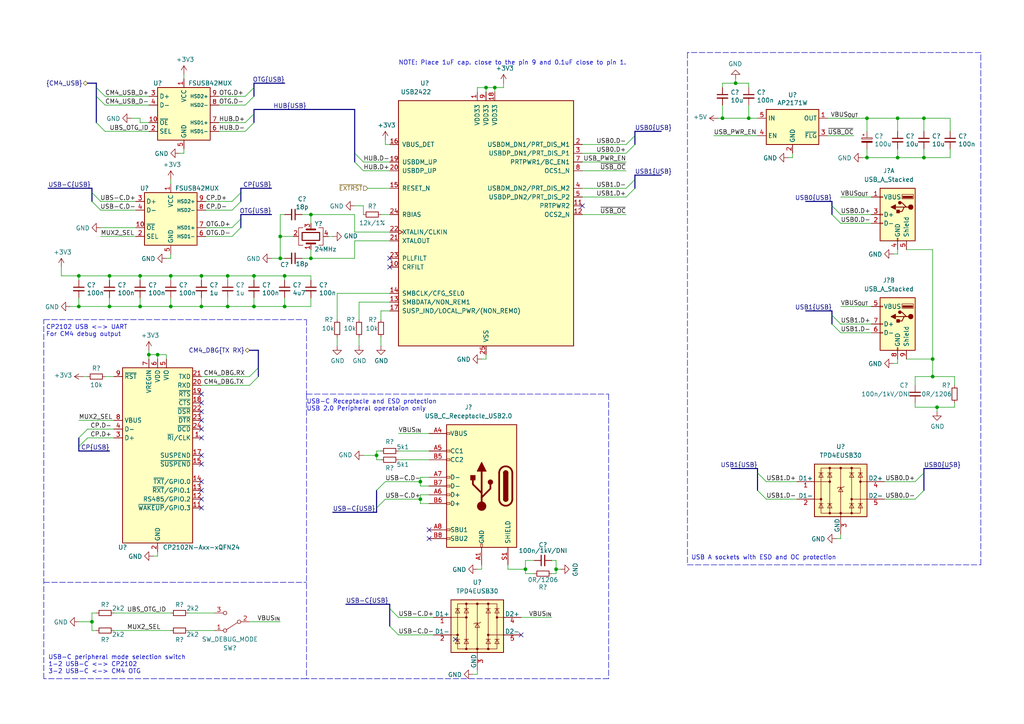
<source format=kicad_sch>
(kicad_sch (version 20201015) (generator eeschema)
  (paper "A4")
  (lib_symbols
    (symbol "Connector:USB_C_Receptacle_USB2.0" (pin_names (offset 1.016))
      (property "Reference" "J" (at -10.16 19.05 0))
      (property "Value" "USB_C_Receptacle_USB2.0" (at 19.05 19.05 0))
      (symbol "USB_C_Receptacle_USB2.0_1_1"
        (pin passive line (at 0 -22.86 90) (length 5.08) (name "GND") (number "A1"))
        (pin passive line (at 0 -22.86 90) (length 5.08) hide (name "GND") (number "A12"))
        (pin passive line (at 15.24 15.24 180) (length 5.08) (name "VBUS") (number "A4"))
        (pin bidirectional line (at 15.24 10.16 180) (length 5.08) (name "CC1") (number "A5"))
        (pin bidirectional line (at 15.24 -2.54 180) (length 5.08) (name "D+") (number "A6"))
        (pin bidirectional line (at 15.24 2.54 180) (length 5.08) (name "D-") (number "A7"))
        (pin bidirectional line (at 15.24 -12.7 180) (length 5.08) (name "SBU1") (number "A8"))
        (pin passive line (at 15.24 15.24 180) (length 5.08) hide (name "VBUS") (number "A9"))
        (pin passive line (at 0 -22.86 90) (length 5.08) hide (name "GND") (number "B1"))
        (pin passive line (at 0 -22.86 90) (length 5.08) hide (name "GND") (number "B12"))
        (pin passive line (at 15.24 15.24 180) (length 5.08) hide (name "VBUS") (number "B4"))
        (pin bidirectional line (at 15.24 7.62 180) (length 5.08) (name "CC2") (number "B5"))
        (pin bidirectional line (at 15.24 -5.08 180) (length 5.08) (name "D+") (number "B6"))
        (pin bidirectional line (at 15.24 0 180) (length 5.08) (name "D-") (number "B7"))
        (pin bidirectional line (at 15.24 -15.24 180) (length 5.08) (name "SBU2") (number "B8"))
        (pin passive line (at 15.24 15.24 180) (length 5.08) hide (name "VBUS") (number "B9"))
        (pin passive line (at -7.62 -22.86 90) (length 5.08) (name "SHIELD") (number "S1"))
      )
    )
    (symbol "Device:CP_Small" (pin_numbers hide) (pin_names (offset 0.254) hide)
      (property "Reference" "C" (at 0.254 1.778 0))
      (property "Value" "CP_Small" (at 0.254 -2.032 0))
      (symbol "CP_Small_1_1"
        (pin passive line (at 0 2.54 270) (length 1.8542) (name "~") (number "1"))
        (pin passive line (at 0 -2.54 90) (length 1.8542) (name "~") (number "2"))
      )
    )
    (symbol "Device:C_Small" (pin_numbers hide) (pin_names (offset 0.254) hide)
      (property "Reference" "C" (at 0.254 1.778 0))
      (property "Value" "C_Small" (at 0.254 -2.032 0))
      (symbol "C_Small_1_1"
        (pin passive line (at 0 2.54 270) (length 2.032) (name "~") (number "1"))
        (pin passive line (at 0 -2.54 90) (length 2.032) (name "~") (number "2"))
      )
    )
    (symbol "Device:Crystal_GND24" (pin_names (offset 1.016) hide)
      (property "Reference" "Y" (at 3.175 5.08 0))
      (property "Value" "Crystal_GND24" (at 3.175 3.175 0))
      (symbol "Crystal_GND24_1_1"
        (pin passive line (at -3.81 0 0) (length 1.27) (name "1") (number "1"))
        (pin passive line (at 0 5.08 270) (length 1.27) (name "2") (number "2"))
        (pin passive line (at 3.81 0 180) (length 1.27) (name "3") (number "3"))
        (pin passive line (at 0 -5.08 90) (length 1.27) (name "4") (number "4"))
      )
    )
    (symbol "Device:R_Small" (pin_numbers hide) (pin_names (offset 0.254) hide)
      (property "Reference" "R" (at 0.762 0.508 0))
      (property "Value" "R_Small" (at 0.762 -1.016 0))
      (symbol "R_Small_1_1"
        (pin passive line (at 0 2.54 270) (length 0.762) (name "~") (number "1"))
        (pin passive line (at 0 -2.54 90) (length 0.762) (name "~") (number "2"))
      )
    )
    (symbol "Interface_USB:CP2102N-Axx-xQFN24"
      (property "Reference" "U" (at -8.89 26.67 0))
      (property "Value" "CP2102N-Axx-xQFN24" (at 13.97 26.67 0))
      (symbol "CP2102N-Axx-xQFN24_1_1"
        (pin bidirectional line (at 12.7 5.08 180) (length 2.54) (name "~RI~/CLK") (number "1"))
        (pin unconnected line (at -10.16 -22.86 0) (length 2.54) hide (name "NC") (number "10"))
        (pin bidirectional line (at 12.7 -15.24 180) (length 2.54) (name "~WAKEUP~/GPIO.3") (number "11"))
        (pin bidirectional line (at 12.7 -12.7 180) (length 2.54) (name "RS485/GPIO.2") (number "12"))
        (pin bidirectional line (at 12.7 -10.16 180) (length 2.54) (name "~RXT~/GPIO.1") (number "13"))
        (pin bidirectional line (at 12.7 -7.62 180) (length 2.54) (name "~TXT~/GPIO.0") (number "14"))
        (pin output line (at 12.7 -2.54 180) (length 2.54) (name "~SUSPEND") (number "15"))
        (pin unconnected line (at 10.16 -22.86 180) (length 2.54) hide (name "NC") (number "16"))
        (pin output line (at 12.7 0 180) (length 2.54) (name "SUSPEND") (number "17"))
        (pin input line (at 12.7 15.24 180) (length 2.54) (name "~CTS") (number "18"))
        (pin output line (at 12.7 17.78 180) (length 2.54) (name "~RTS") (number "19"))
        (pin power_in line (at 0 -27.94 90) (length 2.54) (name "GND") (number "2"))
        (pin input line (at 12.7 20.32 180) (length 2.54) (name "RXD") (number "20"))
        (pin output line (at 12.7 22.86 180) (length 2.54) (name "TXD") (number "21"))
        (pin input line (at 12.7 12.7 180) (length 2.54) (name "~DSR") (number "22"))
        (pin output line (at 12.7 10.16 180) (length 2.54) (name "~DTR") (number "23"))
        (pin input line (at 12.7 7.62 180) (length 2.54) (name "~DCD") (number "24"))
        (pin passive line (at 0 -27.94 90) (length 2.54) hide (name "GND") (number "25"))
        (pin bidirectional line (at -12.7 5.08 0) (length 2.54) (name "D+") (number "3"))
        (pin bidirectional line (at -12.7 7.62 0) (length 2.54) (name "D-") (number "4"))
        (pin power_in line (at 2.54 27.94 270) (length 2.54) (name "VIO") (number "5"))
        (pin power_in line (at 0 27.94 270) (length 2.54) (name "VDD") (number "6"))
        (pin power_in line (at -2.54 27.94 270) (length 2.54) (name "VREGIN") (number "7"))
        (pin input line (at -12.7 10.16 0) (length 2.54) (name "VBUS") (number "8"))
        (pin input line (at -12.7 22.86 0) (length 2.54) (name "~RST") (number "9"))
      )
    )
    (symbol "Interface_USB:FSUSB42MUX"
      (property "Reference" "U" (at -6.35 8.89 0))
      (property "Value" "FSUSB42MUX" (at 7.62 8.89 0))
      (symbol "FSUSB42MUX_1_1"
        (pin power_in line (at 0 10.16 270) (length 2.54) (name "VCC") (number "1"))
        (pin input line (at -10.16 -2.54 0) (length 2.54) (name "~OE") (number "10"))
        (pin input line (at -10.16 -5.08 0) (length 2.54) (name "SEL") (number "2"))
        (pin bidirectional line (at -10.16 5.08 0) (length 2.54) (name "D+") (number "3"))
        (pin bidirectional line (at -10.16 2.54 0) (length 2.54) (name "D-") (number "4"))
        (pin power_in line (at 0 -10.16 90) (length 2.54) (name "GND") (number "5"))
        (pin bidirectional line (at 10.16 -5.08 180) (length 2.54) (name "HSD1-") (number "6"))
        (pin bidirectional line (at 10.16 -2.54 180) (length 2.54) (name "HSD1+") (number "7"))
        (pin bidirectional line (at 10.16 2.54 180) (length 2.54) (name "HSD2-") (number "8"))
        (pin bidirectional line (at 10.16 5.08 180) (length 2.54) (name "HSD2+") (number "9"))
      )
    )
    (symbol "LightBlue:USB2422" (pin_names (offset 1.016))
      (property "Reference" "U" (at -17.78 40.64 0))
      (property "Value" "USB2422" (at -20.32 38.1 0))
      (symbol "USB2422_1_1"
        (pin bidirectional line (at 27.94 22.86 180) (length 2.54) (name "USBDM_DN1/PRT_DIS_M1") (number "2"))
        (pin bidirectional line (at 27.94 17.78 180) (length 2.54) (name "PRTPWR1/BC_EN1") (number "7"))
        (pin input line (at 27.94 15.24 180) (length 2.54) (name "OCS1_N") (number "8"))
        (pin input line (at -27.94 -12.7 0) (length 2.54) (name "CRFILT") (number "10"))
        (pin power_in line (at -2.54 38.1 270) (length 2.54) (name "VDD33") (number "1"))
        (pin bidirectional line (at 27.94 5.08 180) (length 2.54) (name "PRTPWR2") (number "11"))
        (pin input line (at 27.94 2.54 180) (length 2.54) (name "OCS2_N") (number "12"))
        (pin bidirectional line (at 27.94 20.32 180) (length 2.54) (name "USBDP_DN1/PRT_DIS_P1") (number "3"))
        (pin bidirectional line (at -27.94 -22.86 0) (length 2.54) (name "SMBDATA/NON_REM1") (number "13"))
        (pin power_in line (at 0 38.1 270) (length 2.54) (name "VDD33") (number "9"))
        (pin bidirectional line (at -27.94 -20.32 0) (length 2.54) (name "SMBCLK/CFG_SEL0") (number "14"))
        (pin input line (at -27.94 10.16 0) (length 2.54) (name "RESET_N") (number "15"))
        (pin input line (at -27.94 22.86 0) (length 2.54) (name "VBUS_DET") (number "16"))
        (pin bidirectional line (at -27.94 -25.4 0) (length 2.54) (name "SUSP_IND/LOCAL_PWR/(NON_REM0)") (number "17"))
        (pin bidirectional line (at 27.94 10.16 180) (length 2.54) (name "USBDM_DN2/PRT_DIS_M2") (number "4"))
        (pin bidirectional line (at -27.94 17.78 0) (length 2.54) (name "USBDM_UP") (number "19"))
        (pin bidirectional line (at -27.94 15.24 0) (length 2.54) (name "USBDP_UP") (number "20"))
        (pin output line (at -27.94 -5.08 0) (length 2.54) (name "XTALOUT") (number "21"))
        (pin input clock (at -27.94 -2.54 0) (length 2.54) (name "XTALIN/CLKIN") (number "22"))
        (pin input line (at -27.94 -10.16 0) (length 2.54) (name "PLLFILT") (number "23"))
        (pin input line (at -27.94 2.54 0) (length 2.54) (name "RBIAS") (number "24"))
        (pin power_in line (at 0 -38.1 90) (length 2.54) (name "VSS") (number "25"))
        (pin bidirectional line (at 27.94 7.62 180) (length 2.54) (name "USBDP_DN2/PRT_DIS_P2") (number "5"))
        (pin power_in line (at 2.54 38.1 270) (length 2.54) (name "VDD33") (number "18"))
      )
    )
    (symbol "LightBlue:USB_A_Stacked" (pin_names (offset 1.016))
      (property "Reference" "J" (at -5.08 11.43 0))
      (property "Value" "USB_A_Stacked" (at -5.08 8.89 0))
      (symbol "USB_A_Stacked_1_1"
        (pin power_in line (at 7.62 5.08 180) (length 2.54) (name "VBUS") (number "1"))
        (pin bidirectional line (at 7.62 -2.54 180) (length 2.54) (name "D-") (number "2"))
        (pin bidirectional line (at 7.62 0 180) (length 2.54) (name "D+") (number "3"))
        (pin power_in line (at 0 -10.16 90) (length 2.54) (name "GND") (number "4"))
        (pin passive line (at -2.54 -10.16 90) (length 2.54) (name "Shield") (number "5"))
      )
      (symbol "USB_A_Stacked_2_1"
        (pin power_in line (at 7.62 5.08 180) (length 2.54) (name "VBUS") (number "5"))
        (pin bidirectional line (at 7.62 -2.54 180) (length 2.54) (name "D-") (number "6"))
        (pin bidirectional line (at 7.62 0 180) (length 2.54) (name "D+") (number "7"))
        (pin power_in line (at 0 -10.16 90) (length 2.54) (name "GND") (number "8"))
        (pin passive line (at -2.54 -10.16 90) (length 2.54) (name "Shield") (number "9"))
      )
    )
    (symbol "Power_Management:AP2171W"
      (property "Reference" "U" (at -7.62 -6.35 0))
      (property "Value" "AP2171W" (at -7.62 6.35 0))
      (symbol "AP2171W_1_1"
        (pin power_out line (at 10.16 2.54 180) (length 2.54) (name "OUT") (number "1"))
        (pin power_in line (at 0 -7.62 90) (length 2.54) (name "GND") (number "2"))
        (pin open_collector line (at 10.16 -2.54 180) (length 2.54) (name "~FLG") (number "3"))
        (pin input line (at -10.16 -2.54 0) (length 2.54) (name "EN") (number "4"))
        (pin power_in line (at -10.16 2.54 0) (length 2.54) (name "IN") (number "5"))
      )
    )
    (symbol "Power_Protection:TPD4EUSB30" (pin_names (offset 0))
      (property "Reference" "U" (at -0.635 8.89 0))
      (property "Value" "TPD4EUSB30" (at 8.89 -10.16 0))
      (symbol "TPD4EUSB30_1_1"
        (pin passive line (at -12.7 2.54 0) (length 5.08) (name "D1+") (number "1"))
        (pin unconnected line (at -5.08 7.62 0) (length 5.08) hide (name "NC") (number "10"))
        (pin passive line (at -12.7 -2.54 0) (length 5.08) (name "D1-") (number "2"))
        (pin power_in line (at 0 -12.7 90) (length 5.08) (name "GND") (number "3"))
        (pin passive line (at 12.7 2.54 180) (length 5.08) (name "D2+") (number "4"))
        (pin passive line (at 12.7 -2.54 180) (length 5.08) (name "D2-") (number "5"))
        (pin unconnected line (at 5.08 -7.62 180) (length 5.08) hide (name "NC") (number "6"))
        (pin unconnected line (at 5.08 7.62 180) (length 5.08) hide (name "NC") (number "7"))
        (pin passive line (at 0 -12.7 90) (length 5.08) hide (name "GND") (number "8"))
        (pin unconnected line (at -5.08 -7.62 0) (length 5.08) hide (name "NC") (number "9"))
      )
    )
    (symbol "Switch:SW_SPDT" (pin_names (offset 0) hide)
      (property "Reference" "SW" (at 0 4.318 0))
      (property "Value" "SW_SPDT" (at 0 -5.08 0))
      (symbol "SW_SPDT_1_1"
        (pin passive line (at 5.08 2.54 180) (length 2.54) (name "A") (number "1"))
        (pin passive line (at -5.08 0 0) (length 2.54) (name "B") (number "2"))
        (pin passive line (at 5.08 -2.54 180) (length 2.54) (name "C") (number "3"))
      )
    )
    (symbol "power:+3V3" (power) (pin_names (offset 0))
      (property "Value" "+3V3" (at 0 3.556 0))
      (symbol "+3V3_1_1"
        (pin power_in line (at 0 0 90) (length 0) hide (name "+3V3") (number "1"))
      )
    )
    (symbol "power:+5V" (power) (pin_names (offset 0))
      (property "Value" "+5V" (at 0 3.556 0))
      (symbol "+5V_1_1"
        (pin power_in line (at 0 0 90) (length 0) hide (name "+5V") (number "1"))
      )
    )
    (symbol "power:GND" (power) (pin_names (offset 0))
      (property "Value" "GND" (at 0 -3.81 0))
      (symbol "GND_1_1"
        (pin power_in line (at 0 0 270) (length 0) hide (name "GND") (number "1"))
      )
    )
  )
  (bus_alias "I2C" (members "SDA" "SCL"))
  (bus_alias "USB" (members "D+" "D-"))
  (bus_alias "CM4_USB" (members "CM4_USB_D+" "CM4_USB_D-" "CM4_USB_OTG_ID"))
  (junction (at 22.86 80.01) (diameter 0.9144))
  (junction (at 22.86 88.9) (diameter 0.9144))
  (junction (at 26.67 180.34) (diameter 0.9144))
  (junction (at 31.75 80.01) (diameter 0.9144))
  (junction (at 31.75 88.9) (diameter 0.9144))
  (junction (at 40.64 80.01) (diameter 0.9144))
  (junction (at 40.64 88.9) (diameter 0.9144))
  (junction (at 43.18 102.87) (diameter 0.9144))
  (junction (at 45.72 102.87) (diameter 0.9144))
  (junction (at 49.53 80.01) (diameter 0.9144))
  (junction (at 49.53 88.9) (diameter 0.9144))
  (junction (at 58.42 80.01) (diameter 0.9144))
  (junction (at 58.42 88.9) (diameter 0.9144))
  (junction (at 66.04 80.01) (diameter 0.9144))
  (junction (at 66.04 88.9) (diameter 0.9144))
  (junction (at 73.66 80.01) (diameter 0.9144))
  (junction (at 73.66 88.9) (diameter 0.9144))
  (junction (at 81.28 68.58) (diameter 0.9144))
  (junction (at 81.28 74.93) (diameter 0.9144))
  (junction (at 82.55 80.01) (diameter 0.9144))
  (junction (at 82.55 88.9) (diameter 0.9144))
  (junction (at 90.17 62.23) (diameter 0.9144))
  (junction (at 90.17 74.93) (diameter 0.9144))
  (junction (at 109.22 132.08) (diameter 0.9144))
  (junction (at 121.92 139.7) (diameter 0.9144))
  (junction (at 121.92 144.78) (diameter 0.9144))
  (junction (at 140.97 25.4) (diameter 0.9144))
  (junction (at 143.51 25.4) (diameter 0.9144))
  (junction (at 152.4 165.1) (diameter 0.9144))
  (junction (at 161.29 165.1) (diameter 0.9144))
  (junction (at 209.55 34.29) (diameter 0.9144))
  (junction (at 213.36 24.13) (diameter 0.9144))
  (junction (at 217.17 34.29) (diameter 0.9144))
  (junction (at 251.46 34.29) (diameter 0.9144))
  (junction (at 251.46 45.72) (diameter 0.9144))
  (junction (at 260.35 34.29) (diameter 0.9144))
  (junction (at 260.35 45.72) (diameter 0.9144))
  (junction (at 267.97 34.29) (diameter 0.9144))
  (junction (at 267.97 45.72) (diameter 0.9144))
  (junction (at 270.51 104.14) (diameter 0.9144))
  (junction (at 270.51 109.22) (diameter 0.9144))
  (junction (at 271.78 118.11) (diameter 0.9144))
  (no_connect (at 58.42 124.46))
  (no_connect (at 58.42 121.92))
  (no_connect (at 58.42 139.7))
  (no_connect (at 124.46 156.21))
  (no_connect (at 58.42 132.08))
  (no_connect (at 58.42 144.78))
  (no_connect (at 132.08 185.42))
  (no_connect (at 151.13 184.15))
  (no_connect (at 113.03 77.47))
  (no_connect (at 58.42 119.38))
  (no_connect (at 113.03 74.93))
  (no_connect (at 124.46 153.67))
  (no_connect (at 58.42 127))
  (no_connect (at 58.42 134.62))
  (no_connect (at 58.42 142.24))
  (no_connect (at 58.42 147.32))
  (no_connect (at 168.91 59.69))
  (no_connect (at 58.42 116.84))
  (no_connect (at 58.42 114.3))
  (bus_entry (at 22.86 127) (size 2.54 -2.54) (stroke (width 0.1524)))
  (bus_entry (at 22.86 129.54) (size 2.54 -2.54) (stroke (width 0.1524)))
  (bus_entry (at 26.67 55.88) (size 2.54 2.54) (stroke (width 0.1524)))
  (bus_entry (at 26.67 58.42) (size 2.54 2.54) (stroke (width 0.1524)))
  (bus_entry (at 27.94 25.4) (size 2.54 2.54) (stroke (width 0.1524)))
  (bus_entry (at 27.94 27.94) (size 2.54 2.54) (stroke (width 0.1524)))
  (bus_entry (at 27.94 35.56) (size 2.54 2.54) (stroke (width 0.1524)))
  (bus_entry (at 69.85 55.88) (size -2.54 2.54) (stroke (width 0.1524)))
  (bus_entry (at 69.85 58.42) (size -2.54 2.54) (stroke (width 0.1524)))
  (bus_entry (at 69.85 63.5) (size -2.54 2.54) (stroke (width 0.1524)))
  (bus_entry (at 69.85 66.04) (size -2.54 2.54) (stroke (width 0.1524)))
  (bus_entry (at 72.39 109.22) (size 2.54 -2.54) (stroke (width 0.1524)))
  (bus_entry (at 72.39 111.76) (size 2.54 -2.54) (stroke (width 0.1524)))
  (bus_entry (at 73.66 25.4) (size -2.54 2.54) (stroke (width 0.1524)))
  (bus_entry (at 73.66 27.94) (size -2.54 2.54) (stroke (width 0.1524)))
  (bus_entry (at 73.66 33.02) (size -2.54 2.54) (stroke (width 0.1524)))
  (bus_entry (at 73.66 35.56) (size -2.54 2.54) (stroke (width 0.1524)))
  (bus_entry (at 102.87 44.45) (size 2.54 2.54) (stroke (width 0.1524)))
  (bus_entry (at 102.87 46.99) (size 2.54 2.54) (stroke (width 0.1524)))
  (bus_entry (at 109.22 142.24) (size 2.54 -2.54) (stroke (width 0.1524)))
  (bus_entry (at 109.22 147.32) (size 2.54 -2.54) (stroke (width 0.1524)))
  (bus_entry (at 113.03 176.53) (size 2.54 2.54) (stroke (width 0.1524)))
  (bus_entry (at 113.03 181.61) (size 2.54 2.54) (stroke (width 0.1524)))
  (bus_entry (at 181.61 41.91) (size 2.54 -2.54) (stroke (width 0.1524)))
  (bus_entry (at 181.61 44.45) (size 2.54 -2.54) (stroke (width 0.1524)))
  (bus_entry (at 181.61 54.61) (size 2.54 -2.54) (stroke (width 0.1524)))
  (bus_entry (at 181.61 57.15) (size 2.54 -2.54) (stroke (width 0.1524)))
  (bus_entry (at 222.25 139.7) (size -2.54 -2.54) (stroke (width 0.1524)))
  (bus_entry (at 222.25 144.78) (size -2.54 -2.54) (stroke (width 0.1524)))
  (bus_entry (at 243.84 62.23) (size -2.54 -2.54) (stroke (width 0.1524)))
  (bus_entry (at 243.84 64.77) (size -2.54 -2.54) (stroke (width 0.1524)))
  (bus_entry (at 243.84 93.98) (size -2.54 -2.54) (stroke (width 0.1524)))
  (bus_entry (at 243.84 96.52) (size -2.54 -2.54) (stroke (width 0.1524)))
  (bus_entry (at 265.43 139.7) (size 2.54 -2.54) (stroke (width 0.1524)))
  (bus_entry (at 265.43 144.78) (size 2.54 -2.54) (stroke (width 0.1524)))
  (wire (pts (xy 17.78 80.01) (xy 17.78 77.47)))
  (wire (pts (xy 17.78 80.01) (xy 22.86 80.01)))
  (wire (pts (xy 20.32 88.9) (xy 22.86 88.9)))
  (wire (pts (xy 22.86 80.01) (xy 22.86 81.28)))
  (wire (pts (xy 22.86 80.01) (xy 31.75 80.01)))
  (wire (pts (xy 22.86 86.36) (xy 22.86 88.9)))
  (wire (pts (xy 22.86 88.9) (xy 31.75 88.9)))
  (wire (pts (xy 22.86 121.92) (xy 33.02 121.92)))
  (wire (pts (xy 22.86 180.34) (xy 26.67 180.34)))
  (wire (pts (xy 24.13 109.22) (xy 25.4 109.22)))
  (wire (pts (xy 26.67 177.8) (xy 26.67 180.34)))
  (wire (pts (xy 26.67 177.8) (xy 27.94 177.8)))
  (wire (pts (xy 26.67 180.34) (xy 26.67 182.88)))
  (wire (pts (xy 27.94 182.88) (xy 26.67 182.88)))
  (wire (pts (xy 29.21 66.04) (xy 39.37 66.04)))
  (wire (pts (xy 29.21 68.58) (xy 39.37 68.58)))
  (wire (pts (xy 30.48 27.94) (xy 43.18 27.94)))
  (wire (pts (xy 30.48 30.48) (xy 43.18 30.48)))
  (wire (pts (xy 30.48 38.1) (xy 43.18 38.1)))
  (wire (pts (xy 30.48 109.22) (xy 33.02 109.22)))
  (wire (pts (xy 31.75 80.01) (xy 31.75 81.28)))
  (wire (pts (xy 31.75 86.36) (xy 31.75 88.9)))
  (wire (pts (xy 31.75 88.9) (xy 40.64 88.9)))
  (wire (pts (xy 33.02 124.46) (xy 25.4 124.46)))
  (wire (pts (xy 33.02 127) (xy 25.4 127)))
  (wire (pts (xy 33.02 177.8) (xy 49.53 177.8)))
  (wire (pts (xy 33.02 182.88) (xy 49.53 182.88)))
  (wire (pts (xy 39.37 58.42) (xy 29.21 58.42)))
  (wire (pts (xy 39.37 60.96) (xy 29.21 60.96)))
  (wire (pts (xy 40.64 34.29) (xy 38.1 34.29)))
  (wire (pts (xy 40.64 35.56) (xy 40.64 34.29)))
  (wire (pts (xy 40.64 80.01) (xy 31.75 80.01)))
  (wire (pts (xy 40.64 80.01) (xy 40.64 81.28)))
  (wire (pts (xy 40.64 86.36) (xy 40.64 88.9)))
  (wire (pts (xy 40.64 88.9) (xy 49.53 88.9)))
  (wire (pts (xy 43.18 35.56) (xy 40.64 35.56)))
  (wire (pts (xy 43.18 101.6) (xy 43.18 102.87)))
  (wire (pts (xy 43.18 102.87) (xy 43.18 104.14)))
  (wire (pts (xy 44.45 161.29) (xy 45.72 161.29)))
  (wire (pts (xy 45.72 102.87) (xy 43.18 102.87)))
  (wire (pts (xy 45.72 102.87) (xy 48.26 102.87)))
  (wire (pts (xy 45.72 104.14) (xy 45.72 102.87)))
  (wire (pts (xy 45.72 161.29) (xy 45.72 160.02)))
  (wire (pts (xy 48.26 74.93) (xy 49.53 74.93)))
  (wire (pts (xy 48.26 102.87) (xy 48.26 104.14)))
  (wire (pts (xy 49.53 52.07) (xy 49.53 53.34)))
  (wire (pts (xy 49.53 74.93) (xy 49.53 73.66)))
  (wire (pts (xy 49.53 80.01) (xy 40.64 80.01)))
  (wire (pts (xy 49.53 80.01) (xy 49.53 81.28)))
  (wire (pts (xy 49.53 86.36) (xy 49.53 88.9)))
  (wire (pts (xy 49.53 88.9) (xy 58.42 88.9)))
  (wire (pts (xy 52.07 44.45) (xy 53.34 44.45)))
  (wire (pts (xy 53.34 21.59) (xy 53.34 22.86)))
  (wire (pts (xy 53.34 44.45) (xy 53.34 43.18)))
  (wire (pts (xy 54.61 177.8) (xy 62.23 177.8)))
  (wire (pts (xy 54.61 182.88) (xy 62.23 182.88)))
  (wire (pts (xy 58.42 80.01) (xy 49.53 80.01)))
  (wire (pts (xy 58.42 80.01) (xy 58.42 81.28)))
  (wire (pts (xy 58.42 86.36) (xy 58.42 88.9)))
  (wire (pts (xy 58.42 88.9) (xy 66.04 88.9)))
  (wire (pts (xy 58.42 109.22) (xy 72.39 109.22)))
  (wire (pts (xy 58.42 111.76) (xy 72.39 111.76)))
  (wire (pts (xy 59.69 58.42) (xy 67.31 58.42)))
  (wire (pts (xy 59.69 60.96) (xy 67.31 60.96)))
  (wire (pts (xy 59.69 66.04) (xy 67.31 66.04)))
  (wire (pts (xy 59.69 68.58) (xy 67.31 68.58)))
  (wire (pts (xy 63.5 27.94) (xy 71.12 27.94)))
  (wire (pts (xy 63.5 30.48) (xy 71.12 30.48)))
  (wire (pts (xy 63.5 35.56) (xy 71.12 35.56)))
  (wire (pts (xy 63.5 38.1) (xy 71.12 38.1)))
  (wire (pts (xy 66.04 80.01) (xy 58.42 80.01)))
  (wire (pts (xy 66.04 80.01) (xy 66.04 81.28)))
  (wire (pts (xy 66.04 86.36) (xy 66.04 88.9)))
  (wire (pts (xy 66.04 88.9) (xy 73.66 88.9)))
  (wire (pts (xy 73.66 80.01) (xy 66.04 80.01)))
  (wire (pts (xy 73.66 80.01) (xy 73.66 81.28)))
  (wire (pts (xy 73.66 86.36) (xy 73.66 88.9)))
  (wire (pts (xy 73.66 88.9) (xy 82.55 88.9)))
  (wire (pts (xy 78.74 74.93) (xy 81.28 74.93)))
  (wire (pts (xy 81.28 62.23) (xy 81.28 68.58)))
  (wire (pts (xy 81.28 68.58) (xy 81.28 74.93)))
  (wire (pts (xy 81.28 68.58) (xy 85.09 68.58)))
  (wire (pts (xy 81.28 74.93) (xy 82.55 74.93)))
  (wire (pts (xy 81.28 180.34) (xy 72.39 180.34)))
  (wire (pts (xy 82.55 62.23) (xy 81.28 62.23)))
  (wire (pts (xy 82.55 80.01) (xy 73.66 80.01)))
  (wire (pts (xy 82.55 80.01) (xy 82.55 81.28)))
  (wire (pts (xy 82.55 86.36) (xy 82.55 88.9)))
  (wire (pts (xy 82.55 88.9) (xy 90.17 88.9)))
  (wire (pts (xy 87.63 62.23) (xy 90.17 62.23)))
  (wire (pts (xy 87.63 74.93) (xy 90.17 74.93)))
  (wire (pts (xy 90.17 62.23) (xy 90.17 64.77)))
  (wire (pts (xy 90.17 62.23) (xy 102.87 62.23)))
  (wire (pts (xy 90.17 72.39) (xy 90.17 74.93)))
  (wire (pts (xy 90.17 74.93) (xy 102.87 74.93)))
  (wire (pts (xy 90.17 80.01) (xy 82.55 80.01)))
  (wire (pts (xy 90.17 81.28) (xy 90.17 80.01)))
  (wire (pts (xy 90.17 86.36) (xy 90.17 88.9)))
  (wire (pts (xy 95.25 68.58) (xy 96.52 68.58)))
  (wire (pts (xy 97.79 85.09) (xy 97.79 92.71)))
  (wire (pts (xy 97.79 97.79) (xy 97.79 100.33)))
  (wire (pts (xy 102.87 67.31) (xy 102.87 62.23)))
  (wire (pts (xy 102.87 69.85) (xy 102.87 74.93)))
  (wire (pts (xy 104.14 87.63) (xy 104.14 92.71)))
  (wire (pts (xy 104.14 87.63) (xy 113.03 87.63)))
  (wire (pts (xy 104.14 97.79) (xy 104.14 100.33)))
  (wire (pts (xy 105.41 46.99) (xy 113.03 46.99)))
  (wire (pts (xy 105.41 49.53) (xy 113.03 49.53)))
  (wire (pts (xy 105.41 59.69) (xy 102.87 59.69)))
  (wire (pts (xy 105.41 62.23) (xy 105.41 59.69)))
  (wire (pts (xy 105.41 132.08) (xy 109.22 132.08)))
  (wire (pts (xy 106.68 54.61) (xy 113.03 54.61)))
  (wire (pts (xy 109.22 130.81) (xy 109.22 132.08)))
  (wire (pts (xy 109.22 132.08) (xy 109.22 133.35)))
  (wire (pts (xy 109.22 133.35) (xy 110.49 133.35)))
  (wire (pts (xy 110.49 62.23) (xy 113.03 62.23)))
  (wire (pts (xy 110.49 90.17) (xy 110.49 92.71)))
  (wire (pts (xy 110.49 97.79) (xy 110.49 100.33)))
  (wire (pts (xy 110.49 130.81) (xy 109.22 130.81)))
  (wire (pts (xy 111.76 40.64) (xy 111.76 41.91)))
  (wire (pts (xy 111.76 139.7) (xy 121.92 139.7)))
  (wire (pts (xy 111.76 144.78) (xy 121.92 144.78)))
  (wire (pts (xy 113.03 41.91) (xy 111.76 41.91)))
  (wire (pts (xy 113.03 67.31) (xy 102.87 67.31)))
  (wire (pts (xy 113.03 69.85) (xy 102.87 69.85)))
  (wire (pts (xy 113.03 85.09) (xy 97.79 85.09)))
  (wire (pts (xy 113.03 90.17) (xy 110.49 90.17)))
  (wire (pts (xy 115.57 125.73) (xy 124.46 125.73)))
  (wire (pts (xy 115.57 130.81) (xy 124.46 130.81)))
  (wire (pts (xy 115.57 133.35) (xy 124.46 133.35)))
  (wire (pts (xy 115.57 179.07) (xy 125.73 179.07)))
  (wire (pts (xy 115.57 184.15) (xy 125.73 184.15)))
  (wire (pts (xy 121.92 139.7) (xy 121.92 138.43)))
  (wire (pts (xy 121.92 140.97) (xy 121.92 139.7)))
  (wire (pts (xy 121.92 140.97) (xy 124.46 140.97)))
  (wire (pts (xy 121.92 144.78) (xy 121.92 143.51)))
  (wire (pts (xy 121.92 146.05) (xy 121.92 144.78)))
  (wire (pts (xy 121.92 146.05) (xy 124.46 146.05)))
  (wire (pts (xy 124.46 138.43) (xy 121.92 138.43)))
  (wire (pts (xy 124.46 143.51) (xy 121.92 143.51)))
  (wire (pts (xy 137.16 195.58) (xy 138.43 195.58)))
  (wire (pts (xy 138.43 25.4) (xy 140.97 25.4)))
  (wire (pts (xy 138.43 26.67) (xy 138.43 25.4)))
  (wire (pts (xy 138.43 165.1) (xy 139.7 165.1)))
  (wire (pts (xy 138.43 195.58) (xy 138.43 194.31)))
  (wire (pts (xy 139.7 104.14) (xy 140.97 104.14)))
  (wire (pts (xy 139.7 165.1) (xy 139.7 163.83)))
  (wire (pts (xy 140.97 25.4) (xy 140.97 26.67)))
  (wire (pts (xy 140.97 25.4) (xy 143.51 25.4)))
  (wire (pts (xy 140.97 104.14) (xy 140.97 102.87)))
  (wire (pts (xy 143.51 25.4) (xy 143.51 26.67)))
  (wire (pts (xy 143.51 25.4) (xy 146.05 25.4)))
  (wire (pts (xy 146.05 24.13) (xy 146.05 25.4)))
  (wire (pts (xy 147.32 163.83) (xy 147.32 165.1)))
  (wire (pts (xy 147.32 165.1) (xy 152.4 165.1)))
  (wire (pts (xy 152.4 162.56) (xy 152.4 165.1)))
  (wire (pts (xy 152.4 165.1) (xy 152.4 166.37)))
  (wire (pts (xy 152.4 166.37) (xy 154.94 166.37)))
  (wire (pts (xy 154.94 162.56) (xy 152.4 162.56)))
  (wire (pts (xy 160.02 166.37) (xy 161.29 166.37)))
  (wire (pts (xy 160.02 179.07) (xy 151.13 179.07)))
  (wire (pts (xy 161.29 162.56) (xy 160.02 162.56)))
  (wire (pts (xy 161.29 165.1) (xy 161.29 162.56)))
  (wire (pts (xy 161.29 165.1) (xy 162.56 165.1)))
  (wire (pts (xy 161.29 166.37) (xy 161.29 165.1)))
  (wire (pts (xy 168.91 41.91) (xy 181.61 41.91)))
  (wire (pts (xy 168.91 44.45) (xy 181.61 44.45)))
  (wire (pts (xy 168.91 46.99) (xy 181.61 46.99)))
  (wire (pts (xy 168.91 49.53) (xy 181.61 49.53)))
  (wire (pts (xy 168.91 54.61) (xy 181.61 54.61)))
  (wire (pts (xy 168.91 57.15) (xy 181.61 57.15)))
  (wire (pts (xy 168.91 62.23) (xy 181.61 62.23)))
  (wire (pts (xy 208.28 34.29) (xy 209.55 34.29)))
  (wire (pts (xy 209.55 24.13) (xy 209.55 25.4)))
  (wire (pts (xy 209.55 30.48) (xy 209.55 34.29)))
  (wire (pts (xy 209.55 34.29) (xy 217.17 34.29)))
  (wire (pts (xy 213.36 22.86) (xy 213.36 24.13)))
  (wire (pts (xy 213.36 24.13) (xy 209.55 24.13)))
  (wire (pts (xy 217.17 24.13) (xy 213.36 24.13)))
  (wire (pts (xy 217.17 25.4) (xy 217.17 24.13)))
  (wire (pts (xy 217.17 30.48) (xy 217.17 34.29)))
  (wire (pts (xy 217.17 34.29) (xy 219.71 34.29)))
  (wire (pts (xy 219.71 39.37) (xy 207.01 39.37)))
  (wire (pts (xy 222.25 139.7) (xy 231.14 139.7)))
  (wire (pts (xy 222.25 144.78) (xy 231.14 144.78)))
  (wire (pts (xy 228.6 45.72) (xy 229.87 45.72)))
  (wire (pts (xy 229.87 45.72) (xy 229.87 44.45)))
  (wire (pts (xy 240.03 34.29) (xy 251.46 34.29)))
  (wire (pts (xy 240.03 39.37) (xy 247.65 39.37)))
  (wire (pts (xy 242.57 156.21) (xy 243.84 156.21)))
  (wire (pts (xy 243.84 57.15) (xy 252.73 57.15)))
  (wire (pts (xy 243.84 62.23) (xy 252.73 62.23)))
  (wire (pts (xy 243.84 64.77) (xy 252.73 64.77)))
  (wire (pts (xy 243.84 88.9) (xy 252.73 88.9)))
  (wire (pts (xy 243.84 93.98) (xy 252.73 93.98)))
  (wire (pts (xy 243.84 96.52) (xy 252.73 96.52)))
  (wire (pts (xy 243.84 156.21) (xy 243.84 154.94)))
  (wire (pts (xy 250.19 45.72) (xy 251.46 45.72)))
  (wire (pts (xy 251.46 34.29) (xy 251.46 38.1)))
  (wire (pts (xy 251.46 34.29) (xy 260.35 34.29)))
  (wire (pts (xy 251.46 43.18) (xy 251.46 45.72)))
  (wire (pts (xy 251.46 45.72) (xy 260.35 45.72)))
  (wire (pts (xy 259.08 73.66) (xy 260.35 73.66)))
  (wire (pts (xy 259.08 105.41) (xy 260.35 105.41)))
  (wire (pts (xy 260.35 34.29) (xy 260.35 38.1)))
  (wire (pts (xy 260.35 34.29) (xy 267.97 34.29)))
  (wire (pts (xy 260.35 43.18) (xy 260.35 45.72)))
  (wire (pts (xy 260.35 45.72) (xy 267.97 45.72)))
  (wire (pts (xy 260.35 73.66) (xy 260.35 72.39)))
  (wire (pts (xy 260.35 105.41) (xy 260.35 104.14)))
  (wire (pts (xy 262.89 72.39) (xy 270.51 72.39)))
  (wire (pts (xy 262.89 104.14) (xy 270.51 104.14)))
  (wire (pts (xy 265.43 109.22) (xy 265.43 111.76)))
  (wire (pts (xy 265.43 116.84) (xy 265.43 118.11)))
  (wire (pts (xy 265.43 118.11) (xy 271.78 118.11)))
  (wire (pts (xy 265.43 139.7) (xy 256.54 139.7)))
  (wire (pts (xy 265.43 144.78) (xy 256.54 144.78)))
  (wire (pts (xy 267.97 34.29) (xy 267.97 38.1)))
  (wire (pts (xy 267.97 43.18) (xy 267.97 45.72)))
  (wire (pts (xy 267.97 45.72) (xy 275.59 45.72)))
  (wire (pts (xy 270.51 72.39) (xy 270.51 104.14)))
  (wire (pts (xy 270.51 104.14) (xy 270.51 109.22)))
  (wire (pts (xy 270.51 109.22) (xy 265.43 109.22)))
  (wire (pts (xy 271.78 118.11) (xy 271.78 119.38)))
  (wire (pts (xy 271.78 118.11) (xy 276.86 118.11)))
  (wire (pts (xy 275.59 34.29) (xy 267.97 34.29)))
  (wire (pts (xy 275.59 38.1) (xy 275.59 34.29)))
  (wire (pts (xy 275.59 45.72) (xy 275.59 43.18)))
  (wire (pts (xy 276.86 109.22) (xy 270.51 109.22)))
  (wire (pts (xy 276.86 111.76) (xy 276.86 109.22)))
  (wire (pts (xy 276.86 118.11) (xy 276.86 116.84)))
  (bus (pts (xy 22.86 127) (xy 22.86 129.54)))
  (bus (pts (xy 22.86 129.54) (xy 22.86 130.81)))
  (bus (pts (xy 22.86 130.81) (xy 31.75 130.81)))
  (bus (pts (xy 25.4 24.13) (xy 27.94 24.13)))
  (bus (pts (xy 26.67 54.61) (xy 13.97 54.61)))
  (bus (pts (xy 26.67 55.88) (xy 26.67 54.61)))
  (bus (pts (xy 26.67 58.42) (xy 26.67 55.88)))
  (bus (pts (xy 27.94 24.13) (xy 27.94 25.4)))
  (bus (pts (xy 27.94 25.4) (xy 27.94 27.94)))
  (bus (pts (xy 27.94 27.94) (xy 27.94 35.56)))
  (bus (pts (xy 69.85 54.61) (xy 78.74 54.61)))
  (bus (pts (xy 69.85 55.88) (xy 69.85 54.61)))
  (bus (pts (xy 69.85 58.42) (xy 69.85 55.88)))
  (bus (pts (xy 69.85 62.23) (xy 78.74 62.23)))
  (bus (pts (xy 69.85 63.5) (xy 69.85 62.23)))
  (bus (pts (xy 69.85 66.04) (xy 69.85 63.5)))
  (bus (pts (xy 73.66 24.13) (xy 82.55 24.13)))
  (bus (pts (xy 73.66 25.4) (xy 73.66 24.13)))
  (bus (pts (xy 73.66 27.94) (xy 73.66 25.4)))
  (bus (pts (xy 73.66 31.75) (xy 102.87 31.75)))
  (bus (pts (xy 73.66 33.02) (xy 73.66 31.75)))
  (bus (pts (xy 73.66 35.56) (xy 73.66 33.02)))
  (bus (pts (xy 74.93 101.6) (xy 72.39 101.6)))
  (bus (pts (xy 74.93 101.6) (xy 74.93 106.68)))
  (bus (pts (xy 74.93 106.68) (xy 74.93 109.22)))
  (bus (pts (xy 102.87 31.75) (xy 102.87 44.45)))
  (bus (pts (xy 102.87 44.45) (xy 102.87 46.99)))
  (bus (pts (xy 109.22 147.32) (xy 109.22 142.24)))
  (bus (pts (xy 109.22 148.59) (xy 96.52 148.59)))
  (bus (pts (xy 109.22 148.59) (xy 109.22 147.32)))
  (bus (pts (xy 113.03 175.26) (xy 100.33 175.26)))
  (bus (pts (xy 113.03 175.26) (xy 113.03 176.53)))
  (bus (pts (xy 113.03 176.53) (xy 113.03 181.61)))
  (bus (pts (xy 184.15 38.1) (xy 184.15 39.37)))
  (bus (pts (xy 184.15 38.1) (xy 191.77 38.1)))
  (bus (pts (xy 184.15 39.37) (xy 184.15 41.91)))
  (bus (pts (xy 184.15 50.8) (xy 184.15 52.07)))
  (bus (pts (xy 184.15 50.8) (xy 191.77 50.8)))
  (bus (pts (xy 184.15 52.07) (xy 184.15 54.61)))
  (bus (pts (xy 219.71 135.89) (xy 212.09 135.89)))
  (bus (pts (xy 219.71 135.89) (xy 219.71 137.16)))
  (bus (pts (xy 219.71 137.16) (xy 219.71 142.24)))
  (bus (pts (xy 241.3 58.42) (xy 233.68 58.42)))
  (bus (pts (xy 241.3 58.42) (xy 241.3 59.69)))
  (bus (pts (xy 241.3 59.69) (xy 241.3 62.23)))
  (bus (pts (xy 241.3 90.17) (xy 233.68 90.17)))
  (bus (pts (xy 241.3 90.17) (xy 241.3 91.44)))
  (bus (pts (xy 241.3 91.44) (xy 241.3 93.98)))
  (bus (pts (xy 267.97 135.89) (xy 267.97 137.16)))
  (bus (pts (xy 267.97 135.89) (xy 275.59 135.89)))
  (bus (pts (xy 267.97 137.16) (xy 267.97 142.24)))
  (polyline (pts (xy 12.7 92.71) (xy 88.9 92.71)) (stroke (width 0) (type dash)))
  (polyline (pts (xy 12.7 168.91) (xy 88.9 168.91)) (stroke (width 0) (type dash)))
  (polyline (pts (xy 12.7 196.85) (xy 12.7 92.71)) (stroke (width 0) (type dash)))
  (polyline (pts (xy 88.9 92.71) (xy 88.9 114.3)) (stroke (width 0) (type dash)))
  (polyline (pts (xy 88.9 114.3) (xy 88.9 196.85)) (stroke (width 0) (type dash)))
  (polyline (pts (xy 88.9 114.3) (xy 176.53 114.3)) (stroke (width 0) (type dash)))
  (polyline (pts (xy 88.9 196.85) (xy 12.7 196.85)) (stroke (width 0) (type dash)))
  (polyline (pts (xy 176.53 114.3) (xy 176.53 196.85)) (stroke (width 0) (type dash)))
  (polyline (pts (xy 176.53 196.85) (xy 88.9 196.85)) (stroke (width 0) (type dash)))
  (polyline (pts (xy 199.39 15.24) (xy 199.39 163.83)) (stroke (width 0) (type dash)))
  (polyline (pts (xy 199.39 163.83) (xy 284.48 163.83)) (stroke (width 0) (type dash)))
  (polyline (pts (xy 284.48 15.24) (xy 199.39 15.24)) (stroke (width 0) (type dash)))
  (polyline (pts (xy 284.48 163.83) (xy 284.48 15.24)) (stroke (width 0) (type dash)))
  (text "CP2102 USB <-> UART\nFor CM4 debug output" (at 13.335 97.79 0) (effects (font (size 1.27 1.27)) (justify left bottom)))
  (text "USB-C peripheral mode selection switch\n1-2 USB-C <-> CP2102\n3-2 USB-C <-> CM4 OTG" (at 13.97 195.58 0) (effects (font (size 1.27 1.27)) (justify left bottom)))
  (text "USB-C Receptacle and ESD protection\nUSB 2.0 Peripheral operataion only" (at 88.9 119.38 0) (effects (font (size 1.27 1.27)) (justify left bottom)))
  (text "NOTE: Place 1uF cap. close to the pin 9 and 0.1uF close to pin 1." (at 115.57 19.05 0) (effects (font (size 1.27 1.27)) (justify left bottom)))
  (text "USB A sockets with ESD and OC protection" (at 242.57 162.56 180) (effects (font (size 1.27 1.27)) (justify right bottom)))
  (label "USB-C{USB}" (at 13.97 54.61 0))
  (label "MUX2_SEL" (at 22.86 121.92 0))
  (label "MUX2_SEL" (at 29.21 68.58 0))
  (label "CM4_USB_D+" (at 30.48 27.94 0))
  (label "CM4_USB_D-" (at 30.48 30.48 0))
  (label "UBS_OTG_ID" (at 31.75 38.1 0))
  (label "CP{USB}" (at 31.75 130.81 180))
  (label "CP.D-" (at 32.385 124.46 180))
  (label "CP.D+" (at 32.385 127 180))
  (label "UBS_OTG_ID" (at 36.83 177.8 0))
  (label "MUX2_SEL" (at 36.83 182.88 0))
  (label "UBS-C.D+" (at 39.37 58.42 180))
  (label "USB-C.D-" (at 39.37 60.96 180))
  (label "CM4_DBG.RX" (at 59.055 109.22 0))
  (label "CM4_DBG.TX" (at 59.055 111.76 0))
  (label "CP.D+" (at 59.69 58.42 0))
  (label "CP.D-" (at 59.69 60.96 0))
  (label "OTG.D+" (at 59.69 66.04 0))
  (label "OTG.D-" (at 59.69 68.58 0))
  (label "OTG.D+" (at 63.5 27.94 0))
  (label "OTG.D-" (at 63.5 30.48 0))
  (label "HUB.D+" (at 63.5 35.56 0))
  (label "HUB.D-" (at 63.5 38.1 0))
  (label "CP{USB}" (at 78.74 54.61 180))
  (label "OTG{USB}" (at 78.74 62.23 180))
  (label "VBUS_{IN}" (at 81.28 180.34 180))
  (label "OTG{USB}" (at 82.55 24.13 180))
  (label "HUB{USB}" (at 88.9 31.75 180))
  (label "USB-C{USB}" (at 96.52 148.59 0))
  (label "USB-C{USB}" (at 100.33 175.26 0))
  (label "HUB.D-" (at 105.41 46.99 0))
  (label "HUB.D+" (at 105.41 49.53 0))
  (label "USB-C.D-" (at 111.76 139.7 0))
  (label "USB-C.D+" (at 111.76 144.78 0))
  (label "VBUS_{IN}" (at 115.57 125.73 0))
  (label "USB-C.D+" (at 115.57 179.07 0))
  (label "USB-C.D-" (at 115.57 184.15 0))
  (label "VBUS_{IN}" (at 160.02 179.07 180))
  (label "USB0.D-" (at 181.61 41.91 180))
  (label "USB0.D+" (at 181.61 44.45 180))
  (label "USB_PWR_EN" (at 181.61 46.99 180))
  (label "~USB_OC" (at 181.61 49.53 180))
  (label "USB1.D-" (at 181.61 54.61 180))
  (label "USB1.D+" (at 181.61 57.15 180))
  (label "~USB_OC" (at 181.61 62.23 180))
  (label "USB0{USB}" (at 184.15 38.1 0))
  (label "USB1{USB}" (at 184.15 50.8 0))
  (label "USB_PWR_EN" (at 207.01 39.37 0))
  (label "USB1{USB}" (at 219.71 135.89 180))
  (label "USB1.D+" (at 222.25 139.7 0))
  (label "USB1.D-" (at 222.25 144.78 0))
  (label "USB0{USB}" (at 241.3 58.42 180))
  (label "USB1{USB}" (at 241.3 90.17 180))
  (label "VBUS_{OUT}" (at 243.84 57.15 0))
  (label "USB0.D+" (at 243.84 62.23 0))
  (label "USB0.D-" (at 243.84 64.77 0))
  (label "VBUS_{OUT}" (at 243.84 88.9 0))
  (label "USB1.D+" (at 243.84 93.98 0))
  (label "USB1.D-" (at 243.84 96.52 0))
  (label "~USB_OC" (at 247.65 39.37 180))
  (label "VBUS_{OUT}" (at 248.92 34.29 180))
  (label "USB0.D+" (at 265.43 139.7 180))
  (label "USB0.D-" (at 265.43 144.78 180))
  (label "USB0{USB}" (at 267.97 135.89 0))
  (hierarchical_label "{CM4_USB}" (shape bidirectional) (at 25.4 24.13 180))
  (hierarchical_label "CM4_DBG{TX RX}" (shape bidirectional) (at 72.39 101.6 180))
  (hierarchical_label "~EXTRST" (shape input) (at 106.68 54.61 180))
  (symbol (lib_id "power:+3V3") (at 17.78 77.47 0) (unit 1)
    (property "Reference" "#PWR?" (effects hide))
    (property "Value" "+3V3" (at 18.1483 73.1456 0))
  )
  (symbol (lib_id "power:+3V3") (at 24.13 109.22 90) (unit 1)
    (property "Reference" "#PWR?" (effects hide))
    (property "Value" "+3V3" (at 20.9549 108.8517 90) (effects (justify left)))
  )
  (symbol (lib_id "power:+3V3") (at 43.18 101.6 0) (unit 1)
    (property "Reference" "#PWR?" (effects hide))
    (property "Value" "+3V3" (at 43.5483 97.2756 0))
  )
  (symbol (lib_id "power:+3V3") (at 49.53 52.07 0) (unit 1)
    (property "Reference" "#PWR?" (effects hide))
    (property "Value" "+3V3" (at 49.8983 47.7456 0))
  )
  (symbol (lib_id "power:+3V3") (at 53.34 21.59 0) (unit 1)
    (property "Reference" "#PWR?" (effects hide))
    (property "Value" "+3V3" (at 53.7083 17.2656 0))
  )
  (symbol (lib_id "power:+3V3") (at 111.76 40.64 0) (unit 1)
    (property "Reference" "#PWR?" (effects hide))
    (property "Value" "+3V3" (at 112.1283 36.3156 0))
  )
  (symbol (lib_id "power:+3V3") (at 146.05 24.13 0) (unit 1)
    (property "Reference" "#PWR?" (effects hide))
    (property "Value" "+3V3" (at 146.4183 19.8056 0))
  )
  (symbol (lib_id "power:+5V") (at 208.28 34.29 90) (unit 1)
    (property "Reference" "#PWR?" (effects hide))
    (property "Value" "+5V" (at 205.105 33.9217 90) (effects (justify left)))
  )
  (symbol (lib_id "power:GND") (at 20.32 88.9 270) (unit 1)
    (property "Reference" "#PWR?" (effects hide))
    (property "Value" "GND" (at 17.145 89.0143 90) (effects (justify right)))
  )
  (symbol (lib_id "power:GND") (at 22.86 180.34 270) (unit 1)
    (property "Reference" "#PWR?" (effects hide))
    (property "Value" "GND" (at 19.685 180.4543 90) (effects (justify right)))
  )
  (symbol (lib_id "power:GND") (at 29.21 66.04 270) (unit 1)
    (property "Reference" "#PWR?" (effects hide))
    (property "Value" "GND" (at 26.035 66.1543 90) (effects (justify right)))
  )
  (symbol (lib_id "power:GND") (at 38.1 34.29 270) (unit 1)
    (property "Reference" "#PWR?" (effects hide))
    (property "Value" "GND" (at 34.925 34.4043 90) (effects (justify right)))
  )
  (symbol (lib_id "power:GND") (at 44.45 161.29 270) (unit 1)
    (property "Reference" "#PWR?" (effects hide))
    (property "Value" "GND" (at 41.275 161.4043 90) (effects (justify right)))
  )
  (symbol (lib_id "power:GND") (at 48.26 74.93 270) (unit 1)
    (property "Reference" "#PWR?" (effects hide))
    (property "Value" "GND" (at 45.085 75.0443 90) (effects (justify right)))
  )
  (symbol (lib_id "power:GND") (at 52.07 44.45 270) (unit 1)
    (property "Reference" "#PWR?" (effects hide))
    (property "Value" "GND" (at 48.895 44.5643 90) (effects (justify right)))
  )
  (symbol (lib_id "power:GND") (at 78.74 74.93 270) (unit 1)
    (property "Reference" "#PWR?" (effects hide))
    (property "Value" "GND" (at 75.565 75.0443 90) (effects (justify right)))
  )
  (symbol (lib_id "power:GND") (at 96.52 68.58 90) (unit 1)
    (property "Reference" "#PWR?" (effects hide))
    (property "Value" "GND" (at 99.6951 68.4657 90) (effects (justify right)))
  )
  (symbol (lib_id "power:GND") (at 97.79 100.33 0) (unit 1)
    (property "Reference" "#PWR?" (effects hide))
    (property "Value" "GND" (at 97.9043 104.6544 0))
  )
  (symbol (lib_id "power:GND") (at 102.87 59.69 270) (unit 1)
    (property "Reference" "#PWR?" (effects hide))
    (property "Value" "GND" (at 99.695 59.8043 90) (effects (justify right)))
  )
  (symbol (lib_id "power:GND") (at 104.14 100.33 0) (unit 1)
    (property "Reference" "#PWR?" (effects hide))
    (property "Value" "GND" (at 104.2543 104.6544 0))
  )
  (symbol (lib_id "power:GND") (at 105.41 132.08 270) (mirror x) (unit 1)
    (property "Reference" "#PWR?" (effects hide))
    (property "Value" "GND" (at 102.235 131.9657 90) (effects (justify right)))
  )
  (symbol (lib_id "power:GND") (at 110.49 100.33 0) (unit 1)
    (property "Reference" "#PWR?" (effects hide))
    (property "Value" "GND" (at 110.6043 104.6544 0))
  )
  (symbol (lib_id "power:GND") (at 137.16 195.58 270) (unit 1)
    (property "Reference" "#PWR?" (effects hide))
    (property "Value" "GND" (at 133.985 195.6943 90) (effects (justify right)))
  )
  (symbol (lib_id "power:GND") (at 138.43 165.1 270) (unit 1)
    (property "Reference" "#PWR?" (effects hide))
    (property "Value" "GND" (at 135.255 165.2143 90) (effects (justify right)))
  )
  (symbol (lib_id "power:GND") (at 139.7 104.14 270) (unit 1)
    (property "Reference" "#PWR?" (effects hide))
    (property "Value" "GND" (at 136.525 104.2543 90) (effects (justify right)))
  )
  (symbol (lib_id "power:GND") (at 162.56 165.1 90) (mirror x) (unit 1)
    (property "Reference" "#PWR?" (effects hide))
    (property "Value" "GND" (at 166.8844 165.2143 0))
  )
  (symbol (lib_id "power:GND") (at 213.36 22.86 180) (unit 1)
    (property "Reference" "#PWR?" (effects hide))
    (property "Value" "GND" (at 213.2457 18.5356 0))
  )
  (symbol (lib_id "power:GND") (at 228.6 45.72 270) (unit 1)
    (property "Reference" "#PWR?" (effects hide))
    (property "Value" "GND" (at 225.425 45.8343 90) (effects (justify right)))
  )
  (symbol (lib_id "power:GND") (at 242.57 156.21 270) (unit 1)
    (property "Reference" "#PWR?" (effects hide))
    (property "Value" "GND" (at 239.395 156.3243 90) (effects (justify right)))
  )
  (symbol (lib_id "power:GND") (at 250.19 45.72 270) (unit 1)
    (property "Reference" "#PWR?" (effects hide))
    (property "Value" "GND" (at 247.015 45.8343 90) (effects (justify right)))
  )
  (symbol (lib_id "power:GND") (at 259.08 73.66 270) (unit 1)
    (property "Reference" "#PWR?" (effects hide))
    (property "Value" "GND" (at 255.905 73.7743 90) (effects (justify right)))
  )
  (symbol (lib_id "power:GND") (at 259.08 105.41 270) (unit 1)
    (property "Reference" "#PWR?" (effects hide))
    (property "Value" "GND" (at 255.905 105.5243 90) (effects (justify right)))
  )
  (symbol (lib_id "power:GND") (at 271.78 119.38 0) (unit 1)
    (property "Reference" "#PWR?" (effects hide))
    (property "Value" "GND" (at 271.8943 123.7044 0))
  )
  (symbol (lib_id "Device:R_Small") (at 27.94 109.22 90) (unit 1)
    (property "Reference" "R?" (at 27.94 106.8132 90))
    (property "Value" "10k" (at 27.94 111.652 90))
  )
  (symbol (lib_id "Device:R_Small") (at 30.48 177.8 90) (unit 1)
    (property "Reference" "R?" (at 30.48 175.3932 90))
    (property "Value" "2k2" (at 34.29 176.422 90))
  )
  (symbol (lib_id "Device:R_Small") (at 30.48 182.88 90) (unit 1)
    (property "Reference" "R?" (at 30.48 185.5532 90))
    (property "Value" "2k2" (at 34.29 184.042 90))
  )
  (symbol (lib_id "Device:R_Small") (at 52.07 177.8 90) (unit 1)
    (property "Reference" "R?" (at 52.07 175.3932 90))
    (property "Value" "2k2" (at 55.88 176.422 90))
  )
  (symbol (lib_id "Device:R_Small") (at 52.07 182.88 90) (unit 1)
    (property "Reference" "R?" (at 52.07 185.5532 90))
    (property "Value" "2k2" (at 55.88 184.042 90))
  )
  (symbol (lib_id "Device:R_Small") (at 97.79 95.25 180) (unit 1)
    (property "Reference" "R?" (at 95.3832 92.71 0))
    (property "Value" "10k" (at 95.142 95.25 0))
  )
  (symbol (lib_id "Device:R_Small") (at 104.14 95.25 180) (unit 1)
    (property "Reference" "R?" (at 101.7332 92.71 0))
    (property "Value" "10k" (at 101.492 95.25 0))
  )
  (symbol (lib_id "Device:R_Small") (at 107.95 62.23 90) (unit 1)
    (property "Reference" "R?" (at 107.95 59.8232 90))
    (property "Value" "12k/1%" (at 107.95 64.662 90))
  )
  (symbol (lib_id "Device:R_Small") (at 110.49 95.25 180) (unit 1)
    (property "Reference" "R?" (at 108.0832 92.71 0))
    (property "Value" "10k" (at 107.842 95.25 0))
  )
  (symbol (lib_id "Device:R_Small") (at 113.03 130.81 90) (mirror x) (unit 1)
    (property "Reference" "R?" (at 113.03 128.1368 90))
    (property "Value" "5k1" (at 116.84 129.648 90))
  )
  (symbol (lib_id "Device:R_Small") (at 113.03 133.35 90) (mirror x) (unit 1)
    (property "Reference" "R?" (at 113.03 135.7568 90))
    (property "Value" "5k1" (at 116.84 134.728 90))
  )
  (symbol (lib_id "Device:R_Small") (at 157.48 166.37 270) (mirror x) (unit 1)
    (property "Reference" "R?" (at 157.48 170.3132 90))
    (property "Value" "0R/1206" (at 157.48 168.167 90))
  )
  (symbol (lib_id "Device:R_Small") (at 276.86 114.3 180) (unit 1)
    (property "Reference" "R?" (at 274.4532 111.76 0))
    (property "Value" "0R/1206" (at 271.672 114.3 0))
  )
  (symbol (lib_id "Device:CP_Small") (at 251.46 40.64 0) (unit 1)
    (property "Reference" "C?" (at 253.6191 39.4906 0) (effects (justify left)))
    (property "Value" "100u" (at 253.619 41.789 0) (effects (justify left)))
  )
  (symbol (lib_id "Device:C_Small") (at 22.86 83.82 0) (unit 1)
    (property "Reference" "C?" (at 25.1842 82.6706 0) (effects (justify left)))
    (property "Value" "100n" (at 25.184 84.969 0) (effects (justify left)))
  )
  (symbol (lib_id "Device:C_Small") (at 31.75 83.82 0) (unit 1)
    (property "Reference" "C?" (at 34.0742 82.6706 0) (effects (justify left)))
    (property "Value" "100n" (at 34.074 84.969 0) (effects (justify left)))
  )
  (symbol (lib_id "Device:C_Small") (at 40.64 83.82 0) (unit 1)
    (property "Reference" "C?" (at 42.9642 82.6706 0) (effects (justify left)))
    (property "Value" "100n" (at 42.964 84.969 0) (effects (justify left)))
  )
  (symbol (lib_id "Device:C_Small") (at 49.53 83.82 0) (unit 1)
    (property "Reference" "C?" (at 51.8542 82.6706 0) (effects (justify left)))
    (property "Value" "100n" (at 51.854 84.969 0) (effects (justify left)))
  )
  (symbol (lib_id "Device:C_Small") (at 58.42 83.82 0) (unit 1)
    (property "Reference" "C?" (at 60.7442 82.6706 0) (effects (justify left)))
    (property "Value" "1u" (at 60.744 84.969 0) (effects (justify left)))
  )
  (symbol (lib_id "Device:C_Small") (at 66.04 83.82 0) (unit 1)
    (property "Reference" "C?" (at 68.3642 82.6706 0) (effects (justify left)))
    (property "Value" "1u" (at 68.364 84.969 0) (effects (justify left)))
  )
  (symbol (lib_id "Device:C_Small") (at 73.66 83.82 0) (unit 1)
    (property "Reference" "C?" (at 75.9842 82.6706 0) (effects (justify left)))
    (property "Value" "100n" (at 75.984 84.969 0) (effects (justify left)))
  )
  (symbol (lib_id "Device:C_Small") (at 82.55 83.82 0) (unit 1)
    (property "Reference" "C?" (at 84.8742 82.6706 0) (effects (justify left)))
    (property "Value" "4u7" (at 84.874 84.969 0) (effects (justify left)))
  )
  (symbol (lib_id "Device:C_Small") (at 85.09 62.23 270) (unit 1)
    (property "Reference" "C?" (at 87.63 57.7277 90))
    (property "Value" "18p" (at 87.63 60.026 90))
  )
  (symbol (lib_id "Device:C_Small") (at 85.09 74.93 270) (unit 1)
    (property "Reference" "C?" (at 82.55 76.7777 90))
    (property "Value" "18p" (at 87.63 76.536 90))
  )
  (symbol (lib_id "Device:C_Small") (at 90.17 83.82 0) (unit 1)
    (property "Reference" "C?" (at 92.4942 82.6706 0) (effects (justify left)))
    (property "Value" "100n" (at 92.494 84.969 0) (effects (justify left)))
  )
  (symbol (lib_id "Device:C_Small") (at 157.48 162.56 90) (mirror x) (unit 1)
    (property "Reference" "C?" (at 157.48 158.0577 90))
    (property "Value" "100n/1kV/DNI" (at 157.48 159.721 90))
  )
  (symbol (lib_id "Device:C_Small") (at 209.55 27.94 0) (unit 1)
    (property "Reference" "C?" (at 211.8742 26.7906 0) (effects (justify left)))
    (property "Value" "10u" (at 211.874 29.089 0) (effects (justify left)))
  )
  (symbol (lib_id "Device:C_Small") (at 217.17 27.94 0) (unit 1)
    (property "Reference" "C?" (at 219.4942 26.7906 0) (effects (justify left)))
    (property "Value" "100n" (at 219.494 29.089 0) (effects (justify left)))
  )
  (symbol (lib_id "Device:C_Small") (at 260.35 40.64 0) (unit 1)
    (property "Reference" "C?" (at 262.6742 39.4906 0) (effects (justify left)))
    (property "Value" "10u" (at 262.674 41.789 0) (effects (justify left)))
  )
  (symbol (lib_id "Device:C_Small") (at 265.43 114.3 0) (unit 1)
    (property "Reference" "C?" (at 262.1977 111.76 0))
    (property "Value" "100n/1kV/DNI" (at 256.876 114.3 0))
  )
  (symbol (lib_id "Device:C_Small") (at 267.97 40.64 0) (unit 1)
    (property "Reference" "C?" (at 270.2942 39.4906 0) (effects (justify left)))
    (property "Value" "10u" (at 270.294 41.789 0) (effects (justify left)))
  )
  (symbol (lib_id "Device:C_Small") (at 275.59 40.64 0) (unit 1)
    (property "Reference" "C?" (at 277.9142 39.4906 0) (effects (justify left)))
    (property "Value" "100n" (at 277.914 41.789 0) (effects (justify left)))
  )
  (symbol (lib_id "Switch:SW_SPDT") (at 67.31 180.34 180) (unit 1)
    (property "Reference" "SW?" (at 66.675 187.96 0))
    (property "Value" "SW_DEBUG_MODE" (at 66.675 185.42 0))
    (property "Footprint" "Button_Switch_SMD:SW_SPDT_PCM12" (effects hide))
  )
  (symbol (lib_id "Device:Crystal_GND24") (at 90.17 68.58 90) (unit 1)
    (property "Reference" "Y?" (at 91.1861 64.8906 90) (effects (justify right)))
    (property "Value" "24MHz" (at 91.186 72.269 90) (effects (justify right)))
  )
  (symbol (lib_id "LightBlue:USB_A_Stacked") (at 260.35 62.23 0) (mirror y) (unit 1)
    (property "Reference" "J?" (at 257.81 49.53 0))
    (property "Value" "USB_A_Stacked" (at 257.81 52.07 0))
    (property "Datasheet" " ~" (effects hide))
  )
  (symbol (lib_id "LightBlue:USB_A_Stacked") (at 260.35 93.98 0) (mirror y) (unit 2)
    (property "Reference" "J?" (at 257.81 81.28 0))
    (property "Value" "USB_A_Stacked" (at 257.81 83.82 0))
    (property "Datasheet" " ~" (effects hide))
  )
  (symbol (lib_id "Power_Management:AP2171W") (at 229.87 36.83 0) (unit 1)
    (property "Reference" "U?" (at 229.87 27.5398 0))
    (property "Value" "AP2171W" (at 229.87 29.8385 0))
    (property "Footprint" "Package_TO_SOT_SMD:SOT-23-5" (effects hide))
    (property "Datasheet" "https://www.diodes.com/assets/Datasheets/AP2161.pdf" (effects hide))
  )
  (symbol (lib_id "Interface_USB:FSUSB42MUX") (at 49.53 63.5 0) (unit 1)
    (property "Reference" "U?" (at 41.91 54.61 0))
    (property "Value" "FSUSB42MUX" (at 57.15 54.61 0))
    (property "Footprint" "Package_SO:MSOP-10_3x3mm_P0.5mm" (effects hide))
    (property "Datasheet" "https://www.onsemi.com/pub/Collateral/FSUSB42-D.PDF" (effects hide))
  )
  (symbol (lib_id "Interface_USB:FSUSB42MUX") (at 53.34 33.02 0) (unit 1)
    (property "Reference" "U?" (at 45.72 24.13 0))
    (property "Value" "FSUSB42MUX" (at 60.96 24.13 0))
    (property "Footprint" "Package_SO:MSOP-10_3x3mm_P0.5mm" (effects hide))
    (property "Datasheet" "https://www.onsemi.com/pub/Collateral/FSUSB42-D.PDF" (effects hide))
  )
  (symbol (lib_id "Power_Protection:TPD4EUSB30") (at 138.43 181.61 0) (unit 1)
    (property "Reference" "U?" (at 138.43 168.91 0))
    (property "Value" "TPD4EUSB30" (at 138.43 171.45 0))
    (property "Footprint" "Package_SON:USON-10_2.5x1.0mm_P0.5mm" (effects hide))
    (property "Datasheet" "http://www.ti.com/lit/ds/symlink/tpd2eusb30a.pdf" (effects hide))
  )
  (symbol (lib_id "Power_Protection:TPD4EUSB30") (at 243.84 142.24 0) (unit 1)
    (property "Reference" "U?" (at 243.84 129.54 0))
    (property "Value" "TPD4EUSB30" (at 243.84 132.08 0))
    (property "Footprint" "Package_SON:USON-10_2.5x1.0mm_P0.5mm" (effects hide))
    (property "Datasheet" "http://www.ti.com/lit/ds/symlink/tpd2eusb30a.pdf" (effects hide))
  )
  (symbol (lib_id "Connector:USB_C_Receptacle_USB2.0") (at 139.7 140.97 0) (mirror y) (unit 1)
    (property "Reference" "J?" (at 135.89 118.11 0))
    (property "Value" "USB_C_Receptacle_USB2.0" (at 135.89 120.65 0))
    (property "Footprint" "Connector_USB:USB_C_Receptacle_HRO_TYPE-C-31-M-12" (effects hide))
    (property "Datasheet" "https://www.usb.org/sites/default/files/documents/usb_type-c.zip" (effects hide))
  )
  (symbol (lib_id "Interface_USB:CP2102N-Axx-xQFN24") (at 45.72 132.08 0) (unit 1)
    (property "Reference" "U?" (at 35.56 158.75 0))
    (property "Value" "CP2102N-Axx-xQFN24" (at 58.42 158.75 0))
    (property "Footprint" "Package_DFN_QFN:QFN-24-1EP_4x4mm_P0.5mm_EP2.6x2.6mm" (effects hide))
    (property "Datasheet" "https://www.silabs.com/documents/public/data-sheets/cp2102n-datasheet.pdf" (effects hide))
  )
  (symbol (lib_id "LightBlue:USB2422") (at 140.97 64.77 0) (unit 1)
    (property "Reference" "U?" (at 123.19 24.13 0))
    (property "Value" "USB2422" (at 120.65 26.67 0))
    (property "Footprint" "LightBlue:QFN-24-1EP_4x4mm_P0.5mm_EP2.6x2.6mm" (effects hide))
    (property "Datasheet" "http://ww1.microchip.com/downloads/en/DeviceDoc/00001692C.pdf" (effects hide))
  )
)
</source>
